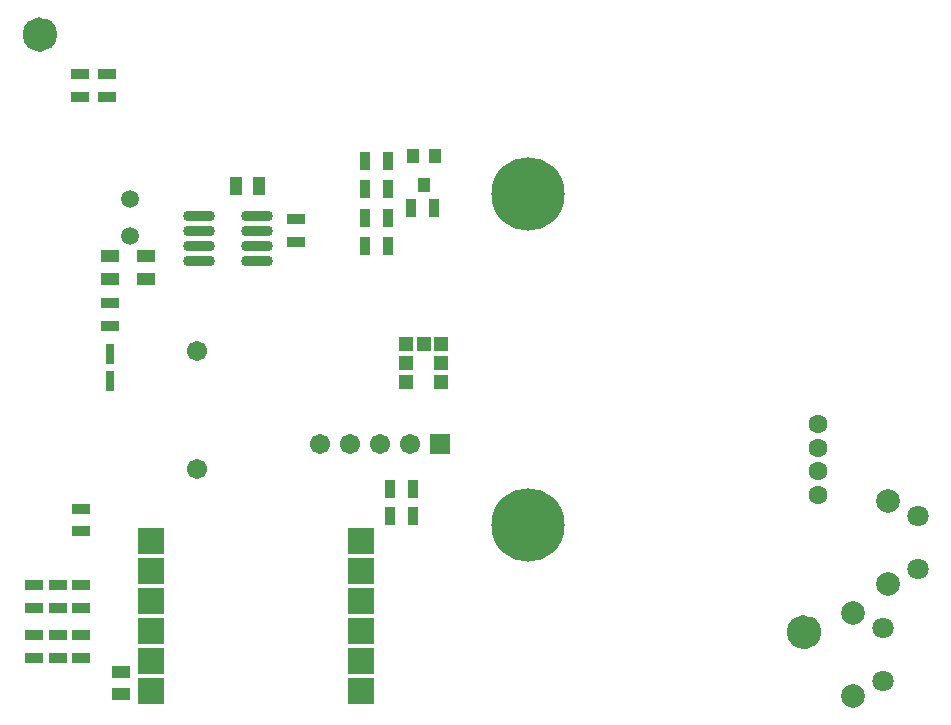
<source format=gbr>
%FSLAX43Y43*%
%MOMM*%
G71*
G01*
G75*
G04 Layer_Color=8388736*
%ADD10C,0.600*%
%ADD11R,0.550X1.450*%
%ADD12R,1.000X1.000*%
%ADD13R,0.900X0.950*%
%ADD14R,0.900X0.950*%
%ADD15R,0.762X1.372*%
%ADD16R,1.372X0.762*%
%ADD17R,1.372X0.864*%
%ADD18R,0.864X1.372*%
%ADD19O,2.500X0.700*%
%ADD20R,2.032X2.032*%
%ADD21C,0.300*%
%ADD22C,0.200*%
%ADD23C,1.500*%
%ADD24C,1.400*%
%ADD25C,1.600*%
%ADD26C,1.800*%
%ADD27C,1.300*%
%ADD28R,1.500X1.500*%
%ADD29C,6.000*%
%ADD30C,0.800*%
%ADD31R,0.800X2.000*%
%ADD32C,0.250*%
%ADD33C,0.508*%
%ADD34C,0.100*%
%ADD35C,0.152*%
%ADD36C,0.018*%
%ADD37C,0.013*%
%ADD38C,0.254*%
%ADD39C,0.400*%
%ADD40C,0.150*%
%ADD41C,0.500*%
%ADD42R,28.300X4.300*%
%ADD43C,1.500*%
%ADD44R,0.753X1.653*%
%ADD45R,1.203X1.203*%
%ADD46R,1.103X1.153*%
%ADD47R,1.103X1.153*%
%ADD48R,0.965X1.575*%
%ADD49R,1.575X0.965*%
%ADD50R,1.575X1.067*%
%ADD51R,1.067X1.575*%
%ADD52O,2.703X0.903*%
%ADD53R,2.235X2.235*%
%ADD54C,1.703*%
%ADD55C,1.603*%
%ADD56C,1.803*%
%ADD57C,2.003*%
%ADD58C,1.503*%
%ADD59R,1.703X1.703*%
%ADD60C,6.203*%
D43*
X22907Y-23100D02*
G03*
X22907Y-23100I-707J0D01*
G01*
X-41793Y27500D02*
G03*
X-41793Y27500I-707J0D01*
G01*
D44*
X-36600Y-1875D02*
D03*
Y475D02*
D03*
D45*
X-8500Y-300D02*
D03*
X-11500D02*
D03*
Y-1900D02*
D03*
X-8500D02*
D03*
Y1300D02*
D03*
X-11500D02*
D03*
X-10000D02*
D03*
D46*
X-10000Y14750D02*
D03*
X-9050Y17250D02*
D03*
D47*
X-10950Y17250D02*
D03*
D48*
X-13047Y14400D02*
D03*
X-14953D02*
D03*
X-10948Y-13300D02*
D03*
X-12852D02*
D03*
X-10948Y-11000D02*
D03*
X-12852D02*
D03*
X-13047Y9600D02*
D03*
X-14953D02*
D03*
X-13047Y12000D02*
D03*
X-14953D02*
D03*
X-13047Y16800D02*
D03*
X-14953D02*
D03*
X-9148Y12800D02*
D03*
X-11052D02*
D03*
D49*
X-39100Y24153D02*
D03*
Y22247D02*
D03*
X-39000Y-14552D02*
D03*
Y-12648D02*
D03*
X-39000Y-19147D02*
D03*
Y-21052D02*
D03*
X-41000Y-19147D02*
D03*
Y-21052D02*
D03*
X-43000Y-19147D02*
D03*
Y-21052D02*
D03*
X-39000Y-23347D02*
D03*
Y-25253D02*
D03*
X-41000Y-23347D02*
D03*
Y-25253D02*
D03*
X-43000Y-23347D02*
D03*
Y-25253D02*
D03*
X-20800Y9948D02*
D03*
Y11852D02*
D03*
X-36800Y24153D02*
D03*
Y22247D02*
D03*
X-36600Y2848D02*
D03*
Y4753D02*
D03*
D50*
X-35600Y-26448D02*
D03*
Y-28353D02*
D03*
X-33500Y8703D02*
D03*
Y6798D02*
D03*
X-36600Y8703D02*
D03*
Y6798D02*
D03*
D51*
X-23948Y14700D02*
D03*
X-25853D02*
D03*
D52*
X-29050Y12155D02*
D03*
Y10885D02*
D03*
Y9615D02*
D03*
Y8345D02*
D03*
X-24150Y12155D02*
D03*
Y10885D02*
D03*
Y9615D02*
D03*
Y8345D02*
D03*
D53*
X-33080Y-28124D02*
D03*
Y-25584D02*
D03*
Y-23044D02*
D03*
Y-20504D02*
D03*
Y-17964D02*
D03*
Y-15424D02*
D03*
X-15300Y-28124D02*
D03*
Y-25584D02*
D03*
Y-23044D02*
D03*
Y-20504D02*
D03*
Y-17964D02*
D03*
Y-15424D02*
D03*
D54*
X-29200Y-9300D02*
D03*
Y700D02*
D03*
X-18760Y-7200D02*
D03*
X-16220D02*
D03*
X-13680D02*
D03*
X-11140D02*
D03*
D55*
X23400Y-11500D02*
D03*
Y-5500D02*
D03*
Y-7500D02*
D03*
Y-9500D02*
D03*
D56*
X28850Y-22750D02*
D03*
Y-27250D02*
D03*
X31850Y-13250D02*
D03*
Y-17750D02*
D03*
D57*
X26350Y-21500D02*
D03*
Y-28500D02*
D03*
X29350Y-12000D02*
D03*
Y-19000D02*
D03*
D58*
X-34900Y10450D02*
D03*
Y13550D02*
D03*
D59*
X-8600Y-7200D02*
D03*
D60*
X-1200Y-14000D02*
D03*
Y14000D02*
D03*
M02*

</source>
